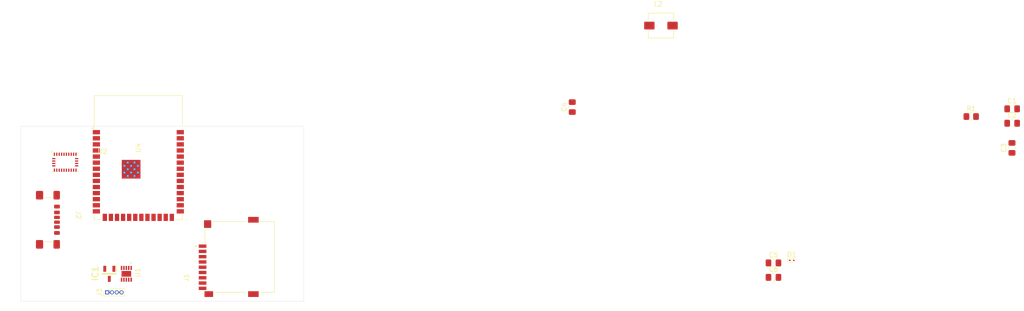
<source format=kicad_pcb>
(kicad_pcb (version 20241229) (generator "pcbnew") (generator_version "9.0")
  (layers (0 "F.Cu" signal) (2 "B.Cu" signal) (13 "F.Paste" user) (15 "B.Paste" user) (5 "F.SilkS" user "F.Silkscreen") (7 "B.SilkS" user "B.Silkscreen") (1 "F.Mask" user) (3 "B.Mask" user) (25 "Edge.Cuts" user))
  (net 0 "")
  (net 1 "GND")
  (net 2 "V_DD")
  (net 3 "Net-(IC1-~{RESET})")
  (net 11 "Net-(U1-LX2)")
  (net 12 "Net-(U1-LX1)")
  (net 13 "SCL")
  (net 15 "Net-(U2-CAP)")
  (net 20 "GNDIO")
  (net 22 "Net-(U2-VDDIO)")
  (net 25 "Net-(D1-A2)")
  (net 28 "Net-(U2-~{RESET})")
  (net 30 "SDA")
  (net 35 "I2C_ADDR")
  (net 38 "INT")
  (net 39 "D-")
  (net 40 "PSRAM")
  (net 41 "JTAG")
  (net 48 "UART_RX")
  (net 49 "D+")
  (net 50 "IO3")
  (net 54 "UART_TX")
  (net 60 "Net-(SW1-B)")
  (net 62 "Net-(J2-CC2)")
  (net 63 "VBUS")
  (net 65 "Net-(J2-CC1)")
  (net 66 "PS")
  (net 68 "V_Bat")
  (net 69 "MOSI")
  (net 70 "MISO")
  (net 71 "SCK")
  (net 72 "CS")
  (footprint "Connector_USB:USB_C_Receptacle_GCT_USB4135-GF-A_6P_TopMnt_Horizontal" (layer "F.Cu") (at 72 70 -90)
    (property "Reference" "J2" (at -1 -7.5 270) (layer "F.SilkS"))
    (property "Value" "USB_C_Receptacle_USB2.0_14P")
    (fp_line (start -4.6 -2.04) (end -4.6 -0.41) (stroke (width 0.12)) (layer "F.SilkS"))
    (fp_line (start 4.6 -2.04) (end 4.6 -0.41) (stroke (width 0.12)) (layer "F.SilkS"))
    (pad "A5" smd roundrect (at -0.5 -3.0325 270) (size 0.7 1.2) (layers "F.Cu" "F.Mask" "F.Paste") (net 65 "Net-(J2-CC1)"))
    (pad "A9" smd roundrect (at 1.52 -3.0325 90) (size 0.76 1.2) (layers "F.Cu" "F.Mask" "F.Paste") (net 63 "VBUS"))
    (pad "A12" smd roundrect (at 2.75 -3.0325 90) (size 0.8 1.2) (layers "F.Cu" "F.Mask" "F.Paste") (net 1 "GND"))
    (pad "B5" smd roundrect (at 0.5 -3.0325 90) (size 0.7 1.2) (layers "F.Cu" "F.Mask" "F.Paste") (net 62 "Net-(J2-CC2)"))
    (pad "B9" smd roundrect (at -1.52 -3.0325 270) (size 0.76 1.2) (layers "F.Cu" "F.Mask" "F.Paste") (net 63 "VBUS"))
    (pad "B12" smd roundrect (at -2.75 -3.0325 270) (size 0.8 1.2) (layers "F.Cu" "F.Mask" "F.Paste") (net 1 "GND"))
    (pad "S1" smd roundrect (at -5.125 -2.9775 270) (size 1.8 1.35) (layers "F.Cu" "F.Mask" "F.Paste") (roundrect_rratio 0.1851851852) (net 1 "GND"))
    (pad "S1" smd roundrect (at -5.125 0.6025 270) (size 1.8 1.5) (layers "F.Cu" "F.Mask" "F.Paste") (roundrect_rratio 0.1666666667) (net 1 "GND"))
    (pad "S1" smd roundrect (at 5.125 -2.9775 270) (size 1.8 1.35) (layers "F.Cu" "F.Mask" "F.Paste") (roundrect_rratio 0.1851851852) (net 1 "GND"))
    (pad "S1" smd roundrect (at 5.125 0.6025 270) (size 1.8 1.5) (layers "F.Cu" "F.Mask" "F.Paste") (roundrect_rratio 0.1666666667) (net 1 "GND"))
  )
  (footprint "Capacitor_SMD:C_0805_2012Metric_Pad1.18x1.45mm_HandSolder" (layer "F.Cu") (at 182.5 46.5 90)
    (property "Reference" "C4" (at 0 -1.68 90) (layer "F.SilkS"))
    (property "Value" "10uF")
    (fp_line (start -0.261252 -0.735) (end 0.261252 -0.735) (stroke (width 0.12)) (layer "F.SilkS"))
    (fp_line (start -0.261252 0.735) (end 0.261252 0.735) (stroke (width 0.12)) (layer "F.SilkS"))
    (pad "1" smd roundrect (at -1.0375 0 90) (size 1.175 1.45) (layers "F.Cu" "F.Mask" "F.Paste") (roundrect_rratio 0.212766) (net 2 "V_DD"))
    (pad "2" smd roundrect (at 1.0375 0 90) (size 1.175 1.45) (layers "F.Cu" "F.Mask" "F.Paste") (roundrect_rratio 0.212766) (net 1 "GND"))
  )
  (footprint "Capacitor_SMD:C_0805_2012Metric_Pad1.18x1.45mm_HandSolder" (layer "F.Cu") (at 274.2425 49.8725)
    (property "Reference" "C2" (at 0 -1.68 0) (layer "F.SilkS"))
    (property "Value" "10uF")
    (fp_line (start -0.261252 -0.735) (end 0.261252 -0.735) (stroke (width 0.12)) (layer "F.SilkS"))
    (fp_line (start -0.261252 0.735) (end 0.261252 0.735) (stroke (width 0.12)) (layer "F.SilkS"))
    (pad "1" smd roundrect (at -1.0375 0) (size 1.175 1.45) (layers "F.Cu" "F.Mask" "F.Paste") (roundrect_rratio 0.212766) (net 68 "V_Bat"))
    (pad "2" smd roundrect (at 1.0375 0) (size 1.175 1.45) (layers "F.Cu" "F.Mask" "F.Paste") (roundrect_rratio 0.212766) (net 1 "GND"))
  )
  (footprint "Library:INDM5752X300N" (layer "F.Cu") (at 201 29.5)
    (property "Reference" "L2" (at -0.58 -4.485 0) (layer "F.SilkS"))
    (property "Value" "SRP5030T-2R2M")
    (fp_line (start -2.65 -2.6) (end 2.65 -2.6) (stroke (width 0.127)) (layer "F.SilkS"))
    (fp_line (start -2.65 -1.13) (end -2.65 -2.6) (stroke (width 0.127)) (layer "F.SilkS"))
    (fp_line (start -2.65 2.6) (end -2.65 1.13) (stroke (width 0.127)) (layer "F.SilkS"))
    (fp_line (start 2.65 -2.6) (end 2.65 -1.13) (stroke (width 0.127)) (layer "F.SilkS"))
    (fp_line (start 2.65 2.6) (end -2.65 2.6) (stroke (width 0.127)) (layer "F.SilkS"))
    (fp_line (start 2.65 2.6) (end 2.65 1.13) (stroke (width 0.127)) (layer "F.SilkS"))
    (pad "1" smd roundrect (at -2.42 0) (size 2.17 1.62) (layers "F.Cu" "F.Mask" "F.Paste") (roundrect_rratio 0.125) (net 12 "Net-(U1-LX1)"))
    (pad "2" smd roundrect (at 2.42 0) (size 2.17 1.62) (layers "F.Cu" "F.Mask" "F.Paste") (roundrect_rratio 0.125) (net 11 "Net-(U1-LX2)"))
  )
  (footprint "Capacitor_SMD:C_0805_2012Metric_Pad1.18x1.45mm_HandSolder" (layer "F.Cu") (at 224.4625 79)
    (property "Reference" "C5" (at 0 -1.68 0) (layer "F.SilkS"))
    (property "Value" "1uF")
    (fp_line (start -0.261252 -0.735) (end 0.261252 -0.735) (stroke (width 0.12)) (layer "F.SilkS"))
    (fp_line (start -0.261252 0.735) (end 0.261252 0.735) (stroke (width 0.12)) (layer "F.SilkS"))
    (pad "1" smd roundrect (at -1.0375 0) (size 1.175 1.45) (layers "F.Cu" "F.Mask" "F.Paste") (roundrect_rratio 0.212766) (net 15 "Net-(U2-CAP)"))
    (pad "2" smd roundrect (at 1.0375 0) (size 1.175 1.45) (layers "F.Cu" "F.Mask" "F.Paste") (roundrect_rratio 0.212766) (net 1 "GND"))
  )
  (footprint "Capacitor_SMD:C_0805_2012Metric_Pad1.18x1.45mm_HandSolder" (layer "F.Cu") (at 274.2075 55.0075 90)
    (property "Reference" "C3" (at 0 -1.68 90) (layer "F.SilkS"))
    (property "Value" "C")
    (fp_line (start -0.261252 -0.735) (end 0.261252 -0.735) (stroke (width 0.12)) (layer "F.SilkS"))
    (fp_line (start -0.261252 0.735) (end 0.261252 0.735) (stroke (width 0.12)) (layer "F.SilkS"))
    (pad "1" smd roundrect (at -1.0375 0 90) (size 1.175 1.45) (layers "F.Cu" "F.Mask" "F.Paste") (roundrect_rratio 0.212766) (net 2 "V_DD"))
    (pad "2" smd roundrect (at 1.0375 0 90) (size 1.175 1.45) (layers "F.Cu" "F.Mask" "F.Paste") (roundrect_rratio 0.212766) (net 1 "GND"))
  )
  (footprint "Library:SON50P250X250X80-11N" (layer "F.Cu") (at 89.5 81.275 -90)
    (property "Reference" "U1" (at -0.275 -2.335 90) (layer "F.SilkS"))
    (property "Value" "Buck_Boost")
    (fp_circle (center -2.325 -1) (end -2.225 -1) (stroke (width 0.2)) (fill no) (layer "F.SilkS"))
    (pad "1" smd rect (at -1.225 -1 270) (size 0.85 0.3) (layers "F.Cu" "F.Paste") (net 2 "V_DD"))
    (pad "2" smd rect (at -1.225 -0.5 270) (size 0.85 0.3) (layers "F.Cu" "F.Paste") (net 11 "Net-(U1-LX2)"))
    (pad "3" smd rect (at -1.225 0 270) (size 0.85 0.3) (layers "F.Cu" "F.Paste") (net 1 "GND"))
    (pad "4" smd rect (at -1.225 0.5 270) (size 0.85 0.3) (layers "F.Cu" "F.Paste") (net 12 "Net-(U1-LX1)"))
    (pad "5" smd rect (at -1.225 1 270) (size 0.85 0.3) (layers "F.Cu" "F.Paste") (net 68 "V_Bat"))
    (pad "6" smd rect (at 1.225 1 270) (size 0.85 0.3) (layers "F.Cu" "F.Paste") (net 3 "Net-(IC1-~{RESET})"))
    (pad "7" smd rect (at 1.225 0.5 270) (size 0.85 0.3) (layers "F.Cu" "F.Paste") (net 66 "PS"))
    (pad "8" smd rect (at 1.225 0 270) (size 0.85 0.3) (layers "F.Cu" "F.Paste") (net 68 "V_Bat"))
    (pad "9" smd rect (at 1.225 -0.5 270) (size 0.85 0.3) (layers "F.Cu" "F.Paste") (net 1 "GND"))
    (pad "10" smd rect (at 1.225 -1 270) (size 0.85 0.3) (layers "F.Cu" "F.Paste") (net 2 "V_DD"))
    (pad "11" smd rect (at 0 0 270) (size 1.2 2) (layers "F.Cu") (net 1 "GND"))
  )
  (footprint "Library:CUI_MSD-4-A" (layer "F.Cu") (at 113.15 77.75 90)
    (property "Reference" "J1" (at -4.325 -11.135 90) (layer "F.SilkS"))
    (property "Value" "SD_Socket")
    (fp_line (start 5.73 -7.25) (end 2.92 -7.25) (stroke (width 0.127)) (layer "F.SilkS"))
    (fp_line (start 7.375 -5.63) (end 7.375 1.43) (stroke (width 0.127)) (layer "F.SilkS"))
    (fp_line (start -7.375 -5.23) (end -7.375 1.43) (stroke (width 0.127)) (layer "F.SilkS"))
    (fp_line (start 7.375 4.27) (end 7.375 7.25) (stroke (width 0.127)) (layer "F.SilkS"))
    (fp_line (start -7.375 4.27) (end -7.375 7.25) (stroke (width 0.127)) (layer "F.SilkS"))
    (fp_line (start -7.375 7.25) (end 7.375 7.25) (stroke (width 0.127)) (layer "F.SilkS"))
    (fp_circle (center 2.25 -9.1) (end 2.35 -9.1) (stroke (width 0.2)) (fill no) (layer "F.SilkS"))
    (pad "" np_thru_hole circle (at -4.95 3.25 90) (size 1 1) (drill 1) (layers "*.Cu" "*.Mask"))
    (pad "" np_thru_hole circle (at 3.05 3.25 90) (size 1 1) (drill 1) (layers "*.Cu" "*.Mask"))
    (pad "1" smd rect (at 2.25 -7.75 90) (size 0.7 1.6) (layers "F.Cu" "F.Mask" "F.Paste"))
    (pad "2" smd rect (at 1.15 -7.75 90) (size 0.7 1.6) (layers "F.Cu" "F.Mask" "F.Paste") (net 72 "CS"))
    (pad "3" smd rect (at 0.05 -7.75 90) (size 0.7 1.6) (layers "F.Cu" "F.Mask" "F.Paste") (net 69 "MOSI"))
    (pad "4" smd rect (at -1.05 -7.75 90) (size 0.7 1.6) (layers "F.Cu" "F.Mask" "F.Paste") (net 2 "V_DD"))
    (pad "5" smd rect (at -2.15 -7.75 90) (size 0.7 1.6) (layers "F.Cu" "F.Mask" "F.Paste") (net 71 "SCK"))
    (pad "6" smd rect (at -3.25 -7.75 90) (size 0.7 1.6) (layers "F.Cu" "F.Mask" "F.Paste") (net 1 "GND"))
    (pad "7" smd rect (at -4.35 -7.75 90) (size 0.7 1.6) (layers "F.Cu" "F.Mask" "F.Paste") (net 70 "MISO"))
    (pad "8" smd rect (at -5.45 -7.75 90) (size 0.7 1.6) (layers "F.Cu" "F.Mask" "F.Paste"))
    (pad "CD" smd rect (at -6.55 -7.75 90) (size 0.7 1.6) (layers "F.Cu" "F.Mask" "F.Paste"))
    (pad "G1" smd rect (at -7.75 -6.45 90) (size 1.2 1.8) (layers "F.Cu" "F.Mask" "F.Paste"))
    (pad "G2" smd rect (at 6.85 -6.7 90) (size 1.6 1.5) (layers "F.Cu" "F.Mask" "F.Paste"))
    (pad "G3" smd rect (at -7.75 2.85 90) (size 1.2 2.2) (layers "F.Cu" "F.Mask" "F.Paste"))
    (pad "G4" smd rect (at 7.75 2.85 90) (size 1.2 2.2) (layers "F.Cu" "F.Mask" "F.Paste"))
  )
  (footprint "Library:SOT95P237X112-3N" (layer "F.Cu") (at 85.95 81.275 -90)
    (property "Reference" "IC1" (at -0.05 2.95 90) (layer "F.SilkS") (effects (font (size 1.27 1.27) (thickness 0.254))))
    (property "Value" "UVLO" (hide yes))
    (fp_line (start -0.075 1.46) (end -0.075 -1.46) (stroke (width 0.2)) (layer "F.SilkS"))
    (fp_line (start 0.075 1.46) (end -0.075 1.46) (stroke (width 0.2)) (layer "F.SilkS"))
    (fp_line (start -0.075 -1.46) (end 0.075 -1.46) (stroke (width 0.2)) (layer "F.SilkS"))
    (fp_line (start 0.075 -1.46) (end 0.075 1.46) (stroke (width 0.2)) (layer "F.SilkS"))
    (fp_line (start -1.675 -1.5) (end -0.425 -1.5) (stroke (width 0.2)) (layer "F.SilkS"))
    (pad "1" smd rect (at -1.05 -0.95) (size 0.6 1.25) (layers "F.Cu" "F.Mask" "F.Paste") (net 3 "Net-(IC1-~{RESET})"))
    (pad "2" smd rect (at -1.05 0.95) (size 0.6 1.25) (layers "F.Cu" "F.Mask" "F.Paste") (net 68 "V_Bat"))
    (pad "3" smd rect (at 1.05 0) (size 0.6 1.25) (layers "F.Cu" "F.Mask" "F.Paste") (net 1 "GND"))
  )
  (footprint "Diode_SMD:D_SOD-923" (layer "F.Cu") (at 228.2875 78.47)
    (property "Reference" "D1" (at 0 -1.2 0) (layer "F.SilkS"))
    (property "Value" "ESD3.3")
    (fp_line (start -0.86 -0.4) (end -0.86 0.4) (stroke (width 0.12)) (layer "F.SilkS"))
    (fp_line (start 0.5 -0.4) (end -0.86 -0.4) (stroke (width 0.12)) (layer "F.SilkS"))
    (fp_line (start 0.5 0.4) (end -0.86 0.4) (stroke (width 0.12)) (layer "F.SilkS"))
    (pad "1" smd roundrect (at -0.42 0 180) (size 0.36 0.25) (layers "F.Cu" "F.Mask" "F.Paste") (net 1 "GND"))
    (pad "2" smd roundrect (at 0.42 0 180) (size 0.36 0.25) (layers "F.Cu" "F.Mask" "F.Paste") (net 25 "Net-(D1-A2)"))
  )
  (footprint "Package_LGA:LGA-28_5.2x3.8mm_P0.5mm" (layer "F.Cu") (at 76.75 58)
    (property "Reference" "U2" (at 7.775 -2.25 0) (layer "F.SilkS"))
    (property "Value" "BNO055")
    (fp_line (start -2.71 2.01) (end -2.71 1.75) (stroke (width 0.12)) (layer "F.SilkS"))
    (fp_line (start -2.71 2.01) (end -2.45 2.01) (stroke (width 0.12)) (layer "F.SilkS"))
    (fp_line (start 2.71 -2.01) (end 2.45 -2.01) (stroke (width 0.12)) (layer "F.SilkS"))
    (fp_line (start 2.71 -2.01) (end 2.71 -1.75) (stroke (width 0.12)) (layer "F.SilkS"))
    (fp_line (start 2.71 2.01) (end 2.45 2.01) (stroke (width 0.12)) (layer "F.SilkS"))
    (fp_line (start 2.71 2.01) (end 2.71 1.75) (stroke (width 0.12)) (layer "F.SilkS"))
    (fp_poly (pts (xy -2.71 -2.01) (xy -3.07 -2.01) (xy -2.71 -2.37) (xy -2.71 -2.01)) (stroke (width 0.1)) (fill yes) (layer "F.SilkS"))
    (pad "1" smd rect (at -2.25 -1.6625) (size 0.254 0.675) (layers "F.Cu" "F.Mask" "F.Paste"))
    (pad "2" smd rect (at -2.3875 -0.75 90) (size 0.254 0.675) (layers "F.Cu" "F.Mask" "F.Paste") (net 1 "GND"))
    (pad "3" smd rect (at -2.3875 -0.25 90) (size 0.254 0.675) (layers "F.Cu" "F.Mask" "F.Paste") (net 2 "V_DD"))
    (pad "4" smd rect (at -2.3875 0.25 90) (size 0.254 0.675) (layers "F.Cu" "F.Mask" "F.Paste"))
    (pad "5" smd rect (at -2.3875 0.75 90) (size 0.254 0.675) (layers "F.Cu" "F.Mask" "F.Paste") (net 20 "GNDIO"))
    (pad "6" smd rect (at -2.25 1.6625) (size 0.254 0.675) (layers "F.Cu" "F.Mask" "F.Paste") (net 20 "GNDIO"))
    (pad "7" smd rect (at -1.75 1.6625) (size 0.254 0.675) (layers "F.Cu" "F.Mask" "F.Paste"))
    (pad "8" smd rect (at -1.25 1.6625) (size 0.254 0.675) (layers "F.Cu" "F.Mask" "F.Paste"))
    (pad "9" smd rect (at -0.75 1.6625) (size 0.254 0.675) (layers "F.Cu" "F.Mask" "F.Paste") (net 15 "Net-(U2-CAP)"))
    (pad "10" smd rect (at -0.25 1.6625) (size 0.254 0.675) (layers "F.Cu" "F.Mask" "F.Paste"))
    (pad "11" smd rect (at 0.25 1.6625) (size 0.254 0.675) (layers "F.Cu" "F.Mask" "F.Paste") (net 28 "Net-(U2-~{RESET})"))
    (pad "12" smd rect (at 0.75 1.6625) (size 0.254 0.675) (layers "F.Cu" "F.Mask" "F.Paste"))
    (pad "13" smd rect (at 1.25 1.6625) (size 0.254 0.675) (layers "F.Cu" "F.Mask" "F.Paste"))
    (pad "14" smd rect (at 1.75 1.6625) (size 0.254 0.675) (layers "F.Cu" "F.Mask" "F.Paste") (net 38 "INT"))
    (pad "15" smd rect (at 2.25 1.6625) (size 0.254 0.675) (layers "F.Cu" "F.Mask" "F.Paste"))
    (pad "16" smd rect (at 2.3875 0.75 90) (size 0.254 0.675) (layers "F.Cu" "F.Mask" "F.Paste"))
    (pad "17" smd rect (at 2.3875 0.25 90) (size 0.254 0.675) (layers "F.Cu" "F.Mask" "F.Paste") (net 35 "I2C_ADDR"))
    (pad "18" smd rect (at 2.3875 -0.25 90) (size 0.254 0.675) (layers "F.Cu" "F.Mask" "F.Paste") (net 20 "GNDIO"))
    (pad "19" smd rect (at 2.3875 -0.75 90) (size 0.254 0.675) (layers "F.Cu" "F.Mask" "F.Paste") (net 13 "SCL"))
    (pad "20" smd rect (at 2.25 -1.6625) (size 0.254 0.675) (layers "F.Cu" "F.Mask" "F.Paste") (net 30 "SDA"))
    (pad "21" smd rect (at 1.75 -1.6625) (size 0.254 0.675) (layers "F.Cu" "F.Mask" "F.Paste"))
    (pad "22" smd rect (at 1.25 -1.6625) (size 0.254 0.675) (layers "F.Cu" "F.Mask" "F.Paste"))
    (pad "23" smd rect (at 0.75 -1.6625) (size 0.254 0.675) (layers "F.Cu" "F.Mask" "F.Paste"))
    (pad "24" smd rect (at 0.25 -1.6625) (size 0.254 0.675) (layers "F.Cu" "F.Mask" "F.Paste"))
    (pad "25" smd rect (at -0.25 -1.6625) (size 0.254 0.675) (layers "F.Cu" "F.Mask" "F.Paste") (net 20 "GNDIO"))
    (pad "26" smd rect (at -0.75 -1.6625) (size 0.254 0.675) (layers "F.Cu" "F.Mask" "F.Paste"))
    (pad "27" smd rect (at -1.25 -1.6625) (size 0.254 0.675) (layers "F.Cu" "F.Mask" "F.Paste"))
    (pad "28" smd rect (at -1.75 -1.6625) (size 0.254 0.675) (layers "F.Cu" "F.Mask" "F.Paste") (net 22 "Net-(U2-VDDIO)"))
  )
  (footprint "RF_Module:ESP32-S3-WROOM-1" (layer "F.Cu") (at 92 57)
    (property "Reference" "U4" (at 0 -2 90) (layer "F.SilkS"))
    (property "Value" "ESP32-S3-WROOM-1")
    (fp_line (start -9.2 -12.9) (end -9.2 -6.7) (stroke (width 0.12)) (layer "F.SilkS"))
    (fp_line (start -9.2 -12.9) (end 9.2 -12.9) (stroke (width 0.12)) (layer "F.SilkS"))
    (fp_line (start -9.2 11.95) (end -9.2 12.95) (stroke (width 0.12)) (layer "F.SilkS"))
    (fp_line (start -9.2 12.95) (end -7.7 12.95) (stroke (width 0.12)) (layer "F.SilkS"))
    (fp_line (start 9.2 -12.9) (end 9.2 -6.7) (stroke (width 0.12)) (layer "F.SilkS"))
    (fp_line (start 9.2 12.95) (end 7.7 12.95) (stroke (width 0.12)) (layer "F.SilkS"))
    (fp_line (start 9.2 12.95) (end 9.2 11.95) (stroke (width 0.12)) (layer "F.SilkS"))
    (fp_poly (pts (xy -9.2 -6.025) (xy -9.7 -6.025) (xy -9.2 -6.525) (xy -9.2 -6.025)) (stroke (width 0.12)) (fill yes) (layer "F.SilkS"))
    (pad "1" smd rect (at -8.75 -5.26) (size 1.5 0.9) (layers "F.Cu" "F.Mask" "F.Paste") (net 1 "GND"))
    (pad "2" smd rect (at -8.75 -3.99) (size 1.5 0.9) (layers "F.Cu" "F.Mask" "F.Paste") (net 2 "V_DD"))
    (pad "3" smd rect (at -8.75 -2.72) (size 1.5 0.9) (layers "F.Cu" "F.Mask" "F.Paste") (net 25 "Net-(D1-A2)"))
    (pad "4" smd rect (at -8.75 -1.45) (size 1.5 0.9) (layers "F.Cu" "F.Mask" "F.Paste"))
    (pad "5" smd rect (at -8.75 -0.18) (size 1.5 0.9) (layers "F.Cu" "F.Mask" "F.Paste"))
    (pad "6" smd rect (at -8.75 1.09) (size 1.5 0.9) (layers "F.Cu" "F.Mask" "F.Paste"))
    (pad "7" smd rect (at -8.75 2.36) (size 1.5 0.9) (layers "F.Cu" "F.Mask" "F.Paste"))
    (pad "8" smd rect (at -8.75 3.63) (size 1.5 0.9) (layers "F.Cu" "F.Mask" "F.Paste"))
    (pad "9" smd rect (at -8.75 4.9) (size 1.5 0.9) (layers "F.Cu" "F.Mask" "F.Paste"))
    (pad "10" smd rect (at -8.75 6.17) (size 1.5 0.9) (layers "F.Cu" "F.Mask" "F.Paste"))
    (pad "11" smd rect (at -8.75 7.44) (size 1.5 0.9) (layers "F.Cu" "F.Mask" "F.Paste"))
    (pad "12" smd rect (at -8.75 8.71) (size 1.5 0.9) (layers "F.Cu" "F.Mask" "F.Paste"))
    (pad "13" smd rect (at -8.75 9.98) (size 1.5 0.9) (layers "F.Cu" "F.Mask" "F.Paste") (net 39 "D-"))
    (pad "14" smd rect (at -8.75 11.25 180) (size 1.5 0.9) (layers "F.Cu" "F.Mask" "F.Paste") (net 49 "D+"))
    (pad "15" smd rect (at -6.985 12.5 270) (size 1.5 0.9) (layers "F.Cu" "F.Mask" "F.Paste") (net 50 "IO3"))
    (pad "16" smd rect (at -5.715 12.5 270) (size 1.5 0.9) (layers "F.Cu" "F.Mask" "F.Paste"))
    (pad "17" smd rect (at -4.445 12.5 270) (size 1.5 0.9) (layers "F.Cu" "F.Mask" "F.Paste"))
    (pad "18" smd rect (at -3.175 12.5 270) (size 1.5 0.9) (layers "F.Cu" "F.Mask" "F.Paste"))
    (pad "19" smd rect (at -1.905 12.5 270) (size 1.5 0.9) (layers "F.Cu" "F.Mask" "F.Paste"))
    (pad "20" smd rect (at -0.635 12.5 270) (size 1.5 0.9) (layers "F.Cu" "F.Mask" "F.Paste"))
    (pad "21" smd rect (at 0.635 12.5 270) (size 1.5 0.9) (layers "F.Cu" "F.Mask" "F.Paste"))
    (pad "22" smd rect (at 1.905 12.5 270) (size 1.5 0.9) (layers "F.Cu" "F.Mask" "F.Paste") (net 70 "MISO"))
    (pad "23" smd rect (at 3.175 12.5 270) (size 1.5 0.9) (layers "F.Cu" "F.Mask" "F.Paste") (net 71 "SCK"))
    (pad "24" smd rect (at 4.445 12.5 270) (size 1.5 0.9) (layers "F.Cu" "F.Mask" "F.Paste") (net 69 "MOSI"))
    (pad "25" smd rect (at 5.715 12.5 270) (size 1.5 0.9) (layers "F.Cu" "F.Mask" "F.Paste") (net 72 "CS"))
    (pad "26" smd rect (at 6.985 12.5 270) (size 1.5 0.9) (layers "F.Cu" "F.Mask" "F.Paste"))
    (pad "27" smd rect (at 8.75 11.25) (size 1.5 0.9) (layers "F.Cu" "F.Mask" "F.Paste") (net 60 "Net-(SW1-B)"))
    (pad "28" smd rect (at 8.75 9.98) (size 1.5 0.9) (layers "F.Cu" "F.Mask" "F.Paste") (net 40 "PSRAM"))
    (pad "29" smd rect (at 8.75 8.71) (size 1.5 0.9) (layers "F.Cu" "F.Mask" "F.Paste") (net 40 "PSRAM"))
    (pad "30" smd rect (at 8.75 7.44) (size 1.5 0.9) (layers "F.Cu" "F.Mask" "F.Paste") (net 40 "PSRAM"))
    (pad "31" smd rect (at 8.75 6.17) (size 1.5 0.9) (layers "F.Cu" "F.Mask" "F.Paste"))
    (pad "32" smd rect (at 8.75 4.9) (size 1.5 0.9) (layers "F.Cu" "F.Mask" "F.Paste") (net 41 "JTAG"))
    (pad "33" smd rect (at 8.75 3.63) (size 1.5 0.9) (layers "F.Cu" "F.Mask" "F.Paste") (net 41 "JTAG"))
    (pad "34" smd rect (at 8.75 2.36) (size 1.5 0.9) (layers "F.Cu" "F.Mask" "F.Paste") (net 41 "JTAG"))
    (pad "35" smd rect (at 8.75 1.09) (size 1.5 0.9) (layers "F.Cu" "F.Mask" "F.Paste") (net 41 "JTAG"))
    (pad "36" smd rect (at 8.75 -0.18) (size 1.5 0.9) (layers "F.Cu" "F.Mask" "F.Paste") (net 48 "UART_RX"))
    (pad "37" smd rect (at 8.75 -1.45) (size 1.5 0.9) (layers "F.Cu" "F.Mask" "F.Paste") (net 54 "UART_TX"))
    (pad "38" smd rect (at 8.75 -2.72) (size 1.5 0.9) (layers "F.Cu" "F.Mask" "F.Paste"))
    (pad "39" smd rect (at 8.75 -3.99) (size 1.5 0.9) (layers "F.Cu" "F.Mask" "F.Paste"))
    (pad "40" smd rect (at 8.75 -5.26) (size 1.5 0.9) (layers "F.Cu" "F.Mask" "F.Paste") (net 1 "GND"))
    (pad "41" thru_hole circle (at -2.9 1.76 90) (size 0.6 0.6) (drill 0.2) (property pad_prop_heatsink) (layers "*.Cu" "F.Mask") (net 1 "GND"))
    (pad "41" thru_hole circle (at -2.9 3.16) (size 0.6 0.6) (drill 0.2) (property pad_prop_heatsink) (layers "*.Cu" "F.Mask") (net 1 "GND"))
    (pad "41" thru_hole circle (at -2.2 1.06) (size 0.6 0.6) (drill 0.2) (property pad_prop_heatsink) (layers "*.Cu" "F.Mask") (net 1 "GND"))
    (pad "41" thru_hole circle (at -2.2 2.46) (size 0.6 0.6) (drill 0.2) (property pad_prop_heatsink) (layers "*.Cu" "F.Mask") (net 1 "GND"))
    (pad "41" thru_hole circle (at -2.2 3.86) (size 0.6 0.6) (drill 0.2) (property pad_prop_heatsink) (layers "*.Cu" "F.Mask") (net 1 "GND"))
    (pad "41" thru_hole circle (at -1.5 1.76) (size 0.6 0.6) (drill 0.2) (property pad_prop_heatsink) (layers "*.Cu" "F.Mask") (net 1 "GND"))
    (pad "41" smd rect (at -1.5 2.46 270) (size 3.9 3.9) (property pad_prop_heatsink) (layers "F.Cu" "F.Mask") (net 1 "GND"))
    (pad "41" thru_hole circle (at -1.5 3.16) (size 0.6 0.6) (drill 0.2) (property pad_prop_heatsink) (layers "*.Cu" "F.Mask") (net 1 "GND"))
    (pad "41" thru_hole circle (at -0.8 1.06) (size 0.6 0.6) (drill 0.2) (property pad_prop_heatsink) (layers "*.Cu" "F.Mask") (net 1 "GND"))
    (pad "41" thru_hole circle (at -0.8 2.46) (size 0.6 0.6) (drill 0.2) (property pad_prop_heatsink) (layers "*.Cu" "F.Mask") (net 1 "GND"))
    (pad "41" thru_hole circle (at -0.8 3.86) (size 0.6 0.6) (drill 0.2) (property pad_prop_heatsink) (layers "*.Cu" "F.Mask") (net 1 "GND"))
    (pad "41" thru_hole circle (at -0.1 1.76) (size 0.6 0.6) (drill 0.2) (property pad_prop_heatsink) (layers "*.Cu" "F.Mask") (net 1 "GND"))
    (pad "41" thru_hole circle (at -0.1 3.16) (size 0.6 0.6) (drill 0.2) (property pad_prop_heatsink) (layers "*.Cu" "F.Mask") (net 1 "GND"))
  )
  (footprint "Connector_PinHeader_1.00mm:PinHeader_1x04_P1.00mm_Vertical" (layer "F.Cu") (at 85.5 85.14 90)
    (property "Reference" "J3" (at 0 -1.61 90) (layer "F.SilkS"))
    (property "Value" "Conn_01x04_Pin")
    (fp_line (start -0.745 -0.735) (end 0 -0.735) (stroke (width 0.12)) (layer "F.SilkS"))
    (fp_line (start -0.745 0) (end -0.745 -0.735) (stroke (width 0.12)) (layer "F.SilkS"))
    (fp_line (start 0.745 0.735) (end 0.745 3.61) (stroke (width 0.12)) (layer "F.SilkS"))
    (fp_line (start 0.685565 0.735) (end 0.745 0.735) (stroke (width 0.12)) (layer "F.SilkS"))
    (fp_line (start -0.745 0.735) (end -0.685565 0.735) (stroke (width 0.12)) (layer "F.SilkS"))
    (fp_line (start -0.745 0.735) (end -0.745 3.61) (stroke (width 0.12)) (layer "F.SilkS"))
    (fp_line (start 0.41003 3.61) (end 0.745 3.61) (stroke (width 0.12)) (layer "F.SilkS"))
    (fp_line (start -0.745 3.61) (end -0.41003 3.61) (stroke (width 0.12)) (layer "F.SilkS"))
    (pad "1" thru_hole rect (at 0 0 90) (size 0.85 0.85) (drill 0.5) (layers "*.Cu" "*.Mask") (net 68 "V_Bat"))
    (pad "2" thru_hole circle (at 0 1 90) (size 0.85 0.85) (drill 0.5) (layers "*.Cu" "*.Mask") (net 68 "V_Bat"))
    (pad "3" thru_hole circle (at 0 2 90) (size 0.85 0.85) (drill 0.5) (layers "*.Cu" "*.Mask") (net 1 "GND"))
    (pad "4" thru_hole circle (at 0 3 90) (size 0.85 0.85) (drill 0.5) (layers "*.Cu" "*.Mask") (net 1 "GND"))
  )
  (footprint "Capacitor_SMD:C_0805_2012Metric_Pad1.18x1.45mm_HandSolder" (layer "F.Cu") (at 224.4625 82.01)
    (property "Reference" "C6" (at 0 -1.68 0) (layer "F.SilkS"))
    (property "Value" "120Nf")
    (fp_line (start -0.261252 -0.735) (end 0.261252 -0.735) (stroke (width 0.12)) (layer "F.SilkS"))
    (fp_line (start -0.261252 0.735) (end 0.261252 0.735) (stroke (width 0.12)) (layer "F.SilkS"))
    (pad "1" smd roundrect (at -1.0375 0) (size 1.175 1.45) (layers "F.Cu" "F.Mask" "F.Paste") (roundrect_rratio 0.212766) (net 20 "GNDIO"))
    (pad "2" smd roundrect (at 1.0375 0) (size 1.175 1.45) (layers "F.Cu" "F.Mask" "F.Paste") (roundrect_rratio 0.212766) (net 22 "Net-(U2-VDDIO)"))
  )
  (footprint "Capacitor_SMD:C_0805_2012Metric_Pad1.18x1.45mm_HandSolder" (layer "F.Cu") (at 274.2425 46.8625)
    (property "Reference" "C1" (at 0 -1.68 0) (layer "F.SilkS"))
    (property "Value" "20uF")
    (fp_line (start -0.261252 -0.735) (end 0.261252 -0.735) (stroke (width 0.12)) (layer "F.SilkS"))
    (fp_line (start -0.261252 0.735) (end 0.261252 0.735) (stroke (width 0.12)) (layer "F.SilkS"))
    (pad "1" smd roundrect (at -1.0375 0) (size 1.175 1.45) (layers "F.Cu" "F.Mask" "F.Paste") (roundrect_rratio 0.212766) (net 1 "GND"))
    (pad "2" smd roundrect (at 1.0375 0) (size 1.175 1.45) (layers "F.Cu" "F.Mask" "F.Paste") (roundrect_rratio 0.212766) (net 2 "V_DD"))
  )
  (footprint "Resistor_SMD:R_0805_2012Metric_Pad1.20x1.40mm_HandSolder" (layer "F.Cu") (at 265.7075 48.47)
    (property "Reference" "R1" (at 0 -1.65 0) (layer "F.SilkS"))
    (property "Value" "R_US")
    (fp_line (start -0.227064 -0.735) (end 0.227064 -0.735) (stroke (width 0.12)) (layer "F.SilkS"))
    (fp_line (start -0.227064 0.735) (end 0.227064 0.735) (stroke (width 0.12)) (layer "F.SilkS"))
    (pad "1" smd roundrect (at -1 0) (size 1.2 1.4) (layers "F.Cu" "F.Mask" "F.Paste") (roundrect_rratio 0.208333) (net 68 "V_Bat"))
    (pad "2" smd roundrect (at 1 0) (size 1.2 1.4) (layers "F.Cu" "F.Mask" "F.Paste") (roundrect_rratio 0.208333) (net 3 "Net-(IC1-~{RESET})"))
  )
  (gr_rect (start 67.5 50.5) (end 126.5 87) (stroke (width 0.05)) (fill no) (layer "Edge.Cuts"))
  (segment (start 88.5 85.14) (end 87.5 85.14) (width 0.2) (layer "F.Cu") (net 1))
  (segment (start 85.5 85.14) (end 86.5 85.14) (width 0.2) (layer "F.Cu") (net 68))
)
</source>
